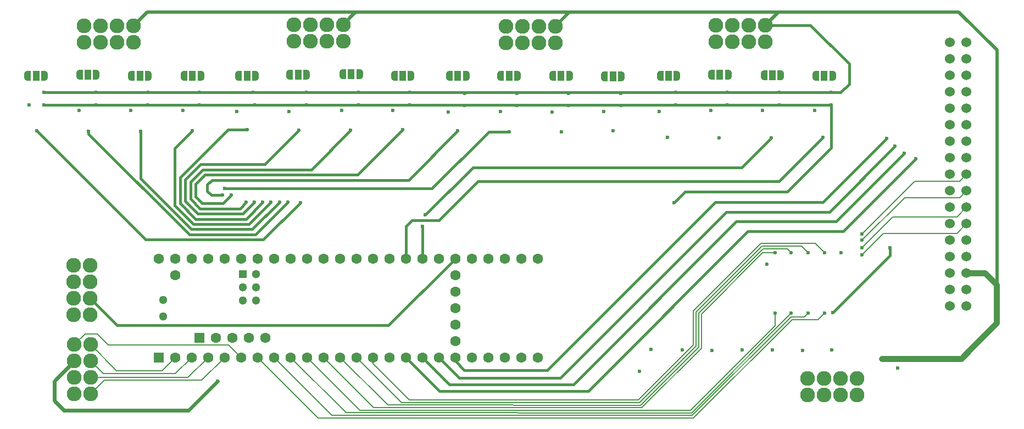
<source format=gbr>
%TF.GenerationSoftware,KiCad,Pcbnew,8.0.2-1*%
%TF.CreationDate,2024-07-06T17:14:10-04:00*%
%TF.ProjectId,boards_v3,626f6172-6473-45f7-9633-2e6b69636164,rev?*%
%TF.SameCoordinates,Original*%
%TF.FileFunction,Copper,L4,Bot*%
%TF.FilePolarity,Positive*%
%FSLAX46Y46*%
G04 Gerber Fmt 4.6, Leading zero omitted, Abs format (unit mm)*
G04 Created by KiCad (PCBNEW 8.0.2-1) date 2024-07-06 17:14:10*
%MOMM*%
%LPD*%
G01*
G04 APERTURE LIST*
G04 Aperture macros list*
%AMFreePoly0*
4,1,19,0.550000,-0.750000,0.000000,-0.750000,0.000000,-0.744911,-0.071157,-0.744911,-0.207708,-0.704816,-0.327430,-0.627875,-0.420627,-0.520320,-0.479746,-0.390866,-0.500000,-0.250000,-0.500000,0.250000,-0.479746,0.390866,-0.420627,0.520320,-0.327430,0.627875,-0.207708,0.704816,-0.071157,0.744911,0.000000,0.744911,0.000000,0.750000,0.550000,0.750000,0.550000,-0.750000,0.550000,-0.750000,
$1*%
%AMFreePoly1*
4,1,19,0.000000,0.744911,0.071157,0.744911,0.207708,0.704816,0.327430,0.627875,0.420627,0.520320,0.479746,0.390866,0.500000,0.250000,0.500000,-0.250000,0.479746,-0.390866,0.420627,-0.520320,0.327430,-0.627875,0.207708,-0.704816,0.071157,-0.744911,0.000000,-0.744911,0.000000,-0.750000,-0.550000,-0.750000,-0.550000,0.750000,0.000000,0.750000,0.000000,0.744911,0.000000,0.744911,
$1*%
G04 Aperture macros list end*
%TA.AperFunction,ComponentPad*%
%ADD10C,2.286000*%
%TD*%
%TA.AperFunction,ComponentPad*%
%ADD11R,1.600000X1.600000*%
%TD*%
%TA.AperFunction,ComponentPad*%
%ADD12C,1.600000*%
%TD*%
%TA.AperFunction,ComponentPad*%
%ADD13R,1.300000X1.300000*%
%TD*%
%TA.AperFunction,ComponentPad*%
%ADD14C,1.300000*%
%TD*%
%TA.AperFunction,ComponentPad*%
%ADD15C,1.524000*%
%TD*%
%TA.AperFunction,SMDPad,CuDef*%
%ADD16FreePoly0,0.000000*%
%TD*%
%TA.AperFunction,SMDPad,CuDef*%
%ADD17R,1.000000X1.500000*%
%TD*%
%TA.AperFunction,SMDPad,CuDef*%
%ADD18FreePoly1,0.000000*%
%TD*%
%TA.AperFunction,ViaPad*%
%ADD19C,0.600000*%
%TD*%
%TA.AperFunction,ViaPad*%
%ADD20C,0.800000*%
%TD*%
%TA.AperFunction,Conductor*%
%ADD21C,0.400000*%
%TD*%
%TA.AperFunction,Conductor*%
%ADD22C,0.900000*%
%TD*%
%TA.AperFunction,Conductor*%
%ADD23C,0.500000*%
%TD*%
%TA.AperFunction,Conductor*%
%ADD24C,0.600000*%
%TD*%
%TA.AperFunction,Conductor*%
%ADD25C,0.200000*%
%TD*%
G04 APERTURE END LIST*
D10*
%TO.P,J2,1,Pin_1*%
%TO.N,+3.3V*%
X145700000Y-25490000D03*
%TO.P,J2,2,Pin_2*%
%TO.N,unconnected-(J2-Pin_2-Pad2)*%
X143160000Y-25490000D03*
%TO.P,J2,3,Pin_3*%
%TO.N,unconnected-(J2-Pin_3-Pad3)*%
X140620000Y-25490000D03*
%TO.P,J2,4,Pin_4*%
%TO.N,GND*%
X138080000Y-25490000D03*
%TO.P,J2,5,Pin_5*%
%TO.N,Net-(J2-Pin_5)*%
X138080001Y-28030000D03*
%TO.P,J2,6,Pin_6*%
%TO.N,Net-(J2-Pin_6)*%
X140620000Y-28030000D03*
%TO.P,J2,7,Pin_7*%
%TO.N,Net-(J2-Pin_7)*%
X143160000Y-28030000D03*
%TO.P,J2,8,Pin_8*%
%TO.N,Net-(J2-Pin_8)*%
X145700000Y-28030000D03*
%TD*%
D11*
%TO.P,U1,1,GND*%
%TO.N,unconnected-(U1-GND-Pad1)*%
X84600000Y-76540000D03*
D12*
%TO.P,U1,2,0_RX1_CRX2_CS1*%
%TO.N,Net-(J7-Pin_4)*%
X87140000Y-76540000D03*
%TO.P,U1,3,1_TX1_CTX2_MISO1*%
%TO.N,Net-(J7-Pin_3)*%
X89680000Y-76540000D03*
%TO.P,U1,4,2_OUT2*%
%TO.N,Net-(J7-Pin_2)*%
X92220000Y-76540000D03*
%TO.P,U1,5,3_LRCLK2*%
%TO.N,Net-(J7-Pin_1)*%
X94760000Y-76540000D03*
%TO.P,U1,6,4_BCLK2*%
%TO.N,Net-(J7-Pin_5)*%
X97300000Y-76540000D03*
%TO.P,U1,7,5_IN2*%
%TO.N,Net-(J9-Pin_34)*%
X99840000Y-76540000D03*
%TO.P,U1,8,6_OUT1D*%
%TO.N,Net-(J9-Pin_33)*%
X102380000Y-76540000D03*
%TO.P,U1,9,7_RX2_OUT1A*%
%TO.N,Net-(J9-Pin_32)*%
X104920000Y-76540000D03*
%TO.P,U1,10,8_TX2_IN1*%
%TO.N,Net-(J9-Pin_31)*%
X107460000Y-76540000D03*
%TO.P,U1,11,9_OUT1C*%
%TO.N,Net-(J9-Pin_30)*%
X110000000Y-76540000D03*
%TO.P,U1,12,10_CS_MQSR*%
%TO.N,Net-(J9-Pin_29)*%
X112540000Y-76540000D03*
%TO.P,U1,13,11_MOSI_CTX1*%
%TO.N,Net-(J9-Pin_28)*%
X115080000Y-76540000D03*
%TO.P,U1,14,12_MISO_MQSL*%
%TO.N,Net-(J9-Pin_27)*%
X117620000Y-76540000D03*
%TO.P,U1,15,3V3*%
%TO.N,unconnected-(U1-3V3-Pad15)*%
X120160000Y-76540000D03*
%TO.P,U1,16,24_A10_TX6_SCL2*%
%TO.N,Net-(J9-Pin_6)*%
X122700000Y-76540000D03*
%TO.P,U1,17,25_A11_RX6_SDA2*%
%TO.N,Net-(J9-Pin_5)*%
X125240000Y-76540000D03*
%TO.P,U1,18,26_A12_MOSI1*%
%TO.N,Net-(J9-Pin_4)*%
X127780000Y-76540000D03*
%TO.P,U1,19,27_A13_SCK1*%
%TO.N,Net-(J9-Pin_3)*%
X130320000Y-76540000D03*
%TO.P,U1,20,28_RX7*%
%TO.N,Net-(J9-Pin_26)*%
X132860000Y-76540000D03*
%TO.P,U1,21,29_TX7*%
%TO.N,Net-(J9-Pin_25)*%
X135400000Y-76540000D03*
%TO.P,U1,22,30_CRX3*%
%TO.N,Net-(J9-Pin_24)*%
X137940000Y-76540000D03*
%TO.P,U1,23,31_CTX3*%
%TO.N,Net-(J9-Pin_23)*%
X140480000Y-76540000D03*
%TO.P,U1,24,32_OUT1B*%
%TO.N,unconnected-(U1-32_OUT1B-Pad24)*%
X143020000Y-76540000D03*
%TO.P,U1,25,33_MCLK2*%
%TO.N,Net-(J8-Pin_5)*%
X143020000Y-61300000D03*
%TO.P,U1,26,34_RX8*%
%TO.N,Net-(J6-Pin_5)*%
X140480000Y-61300000D03*
%TO.P,U1,27,35_TX8*%
%TO.N,Net-(J6-Pin_4)*%
X137940000Y-61300000D03*
%TO.P,U1,28,36_CS*%
%TO.N,Net-(J8-Pin_4)*%
X135400000Y-61300000D03*
%TO.P,U1,29,37_CS*%
%TO.N,Net-(J8-Pin_3)*%
X132860000Y-61300000D03*
%TO.P,U1,30,38_CS1_IN1*%
%TO.N,Net-(J8-Pin_2)*%
X130320000Y-61300000D03*
%TO.P,U1,31,39_MISO1_OUT1A*%
%TO.N,Net-(J8-Pin_1)*%
X127780000Y-61300000D03*
%TO.P,U1,32,40_A16*%
%TO.N,Net-(J9-Pin_2)*%
X125240000Y-61300000D03*
%TO.P,U1,33,41_A17*%
%TO.N,Net-(J9-Pin_1)*%
X122700000Y-61300000D03*
%TO.P,U1,34,GND*%
%TO.N,unconnected-(U1-GND-Pad34)*%
X120160000Y-61300000D03*
%TO.P,U1,35,13_SCK_LED*%
%TO.N,unconnected-(U1-13_SCK_LED-Pad35)*%
X117620000Y-61300000D03*
%TO.P,U1,36,14_A0_TX3_SPDIF_OUT*%
%TO.N,Net-(J9-Pin_16)*%
X115080000Y-61300000D03*
%TO.P,U1,37,15_A1_RX3_SPDIF_IN*%
%TO.N,Net-(J9-Pin_15)*%
X112540000Y-61300000D03*
%TO.P,U1,38,16_A2_RX4_SCL1*%
%TO.N,Net-(J9-Pin_14)*%
X110000000Y-61300000D03*
%TO.P,U1,39,17_A3_TX4_SDA1*%
%TO.N,Net-(J9-Pin_13)*%
X107460000Y-61300000D03*
%TO.P,U1,40,18_A4_SDA*%
%TO.N,Net-(J9-Pin_12)*%
X104920000Y-61300000D03*
%TO.P,U1,41,19_A5_SCL*%
%TO.N,Net-(J9-Pin_11)*%
X102380000Y-61300000D03*
%TO.P,U1,42,20_A6_TX5_LRCLK1*%
%TO.N,Net-(J9-Pin_10)*%
X99840000Y-61300000D03*
%TO.P,U1,43,21_A7_RX5_BCLK1*%
%TO.N,Net-(J9-Pin_9)*%
X97300000Y-61300000D03*
%TO.P,U1,44,22_A8_CTX1*%
%TO.N,Net-(J9-Pin_8)*%
X94760000Y-61300000D03*
%TO.P,U1,45,23_A9_CRX1_MCLK1*%
%TO.N,Net-(J9-Pin_7)*%
X92220000Y-61300000D03*
%TO.P,U1,46,3V3*%
%TO.N,unconnected-(U1-3V3-Pad46)*%
X89680000Y-61300000D03*
%TO.P,U1,47,GND*%
%TO.N,GND*%
X87140000Y-61300000D03*
%TO.P,U1,48,VIN*%
%TO.N,+5V*%
X84600000Y-61300000D03*
%TO.P,U1,49,VUSB*%
%TO.N,unconnected-(U1-VUSB-Pad49)*%
X87140001Y-63840000D03*
%TO.P,U1,50,VBAT*%
%TO.N,unconnected-(U1-VBAT-Pad50)*%
X130320000Y-73999999D03*
%TO.P,U1,51,3V3*%
%TO.N,unconnected-(U1-3V3-Pad51)*%
X130320000Y-71460000D03*
%TO.P,U1,52,GND*%
%TO.N,unconnected-(U1-GND-Pad52)*%
X130320000Y-68920000D03*
%TO.P,U1,53,PROGRAM*%
%TO.N,unconnected-(U1-PROGRAM-Pad53)*%
X130320000Y-66380000D03*
%TO.P,U1,54,ON_OFF*%
%TO.N,unconnected-(U1-ON_OFF-Pad54)*%
X130320000Y-63840001D03*
D11*
%TO.P,U1,55,5V*%
%TO.N,unconnected-(U1-5V-Pad55)*%
X90899200Y-73489200D03*
D12*
%TO.P,U1,56,D-*%
%TO.N,unconnected-(U1-D--Pad56)*%
X93439200Y-73489200D03*
%TO.P,U1,57,D+*%
%TO.N,unconnected-(U1-D+-Pad57)*%
X95979200Y-73489200D03*
%TO.P,U1,58,GND*%
%TO.N,unconnected-(U1-GND-Pad58)*%
X98519200Y-73489200D03*
%TO.P,U1,59,GND*%
%TO.N,unconnected-(U1-GND-Pad59)*%
X101059200Y-73489200D03*
D13*
%TO.P,U1,60,R+*%
%TO.N,unconnected-(U1-R+-Pad60)*%
X97569999Y-63738400D03*
D14*
%TO.P,U1,61,LED*%
%TO.N,unconnected-(U1-LED-Pad61)*%
X97570000Y-65738400D03*
%TO.P,U1,62,T-*%
%TO.N,unconnected-(U1-T--Pad62)*%
X97570000Y-67738401D03*
%TO.P,U1,63,T+*%
%TO.N,unconnected-(U1-T+-Pad63)*%
X99570000Y-67738400D03*
%TO.P,U1,64,GND*%
%TO.N,unconnected-(U1-GND-Pad64)*%
X99570000Y-65738401D03*
%TO.P,U1,65,R-*%
%TO.N,unconnected-(U1-R--Pad65)*%
X99570000Y-63738400D03*
%TO.P,U1,66,D-*%
%TO.N,unconnected-(U1-D--Pad66)*%
X85329999Y-67650000D03*
%TO.P,U1,67,D+*%
%TO.N,unconnected-(U1-D+-Pad67)*%
X85329999Y-70190000D03*
%TD*%
D10*
%TO.P,J1,1,Pin_1*%
%TO.N,+3.3V*%
X178080000Y-25360000D03*
%TO.P,J1,2,Pin_2*%
%TO.N,unconnected-(J1-Pin_2-Pad2)*%
X175540000Y-25360000D03*
%TO.P,J1,3,Pin_3*%
%TO.N,unconnected-(J1-Pin_3-Pad3)*%
X173000000Y-25360000D03*
%TO.P,J1,4,Pin_4*%
%TO.N,GND*%
X170460000Y-25360000D03*
%TO.P,J1,5,Pin_5*%
%TO.N,Net-(J1-Pin_5)*%
X170460001Y-27900000D03*
%TO.P,J1,6,Pin_6*%
%TO.N,Net-(J1-Pin_6)*%
X173000000Y-27900000D03*
%TO.P,J1,7,Pin_7*%
%TO.N,Net-(J1-Pin_7)*%
X175540000Y-27900000D03*
%TO.P,J1,8,Pin_8*%
%TO.N,Net-(J1-Pin_8)*%
X178080000Y-27900000D03*
%TD*%
%TO.P,J7,1,Pin_1*%
%TO.N,Net-(J7-Pin_1)*%
X74100000Y-82200000D03*
%TO.P,J7,2,Pin_2*%
%TO.N,Net-(J7-Pin_2)*%
X74100000Y-79660000D03*
%TO.P,J7,3,Pin_3*%
%TO.N,Net-(J7-Pin_3)*%
X74100000Y-77120000D03*
%TO.P,J7,4,Pin_4*%
%TO.N,Net-(J7-Pin_4)*%
X74100000Y-74580000D03*
%TO.P,J7,5,Pin_5*%
%TO.N,Net-(J7-Pin_5)*%
X71560000Y-74580001D03*
%TO.P,J7,6,Pin_6*%
%TO.N,+5V*%
X71560000Y-77120000D03*
%TO.P,J7,7,Pin_7*%
%TO.N,+3.3V*%
X71560000Y-79660000D03*
%TO.P,J7,8,Pin_8*%
%TO.N,GND*%
X71560000Y-82200000D03*
%TD*%
%TO.P,J6,1,Pin_1*%
%TO.N,+3.3V*%
X184580000Y-82340000D03*
%TO.P,J6,2,Pin_2*%
%TO.N,+5V*%
X187120000Y-82340000D03*
%TO.P,J6,3,Pin_3*%
%TO.N,GND*%
X189660000Y-82340000D03*
%TO.P,J6,4,Pin_4*%
%TO.N,Net-(J6-Pin_4)*%
X192200000Y-82340000D03*
%TO.P,J6,5,Pin_5*%
%TO.N,Net-(J6-Pin_5)*%
X192200000Y-79800000D03*
%TO.P,J6,6,Pin_6*%
%TO.N,GND*%
X189660000Y-79800000D03*
%TO.P,J6,7,Pin_7*%
%TO.N,+5V*%
X187120000Y-79800000D03*
%TO.P,J6,8,Pin_8*%
%TO.N,+3.3V*%
X184580000Y-79800000D03*
%TD*%
%TO.P,J3,1,Pin_1*%
%TO.N,+3.3V*%
X113040000Y-25260000D03*
%TO.P,J3,2,Pin_2*%
%TO.N,unconnected-(J3-Pin_2-Pad2)*%
X110500000Y-25260000D03*
%TO.P,J3,3,Pin_3*%
%TO.N,unconnected-(J3-Pin_3-Pad3)*%
X107960000Y-25260000D03*
%TO.P,J3,4,Pin_4*%
%TO.N,GND*%
X105420000Y-25260000D03*
%TO.P,J3,5,Pin_5*%
%TO.N,Net-(J3-Pin_5)*%
X105420001Y-27800000D03*
%TO.P,J3,6,Pin_6*%
%TO.N,Net-(J3-Pin_6)*%
X107960000Y-27800000D03*
%TO.P,J3,7,Pin_7*%
%TO.N,Net-(J3-Pin_7)*%
X110500000Y-27800000D03*
%TO.P,J3,8,Pin_8*%
%TO.N,Net-(J3-Pin_8)*%
X113040000Y-27800000D03*
%TD*%
%TO.P,J8,1,Pin_1*%
%TO.N,Net-(J8-Pin_1)*%
X74040000Y-69980000D03*
%TO.P,J8,2,Pin_2*%
%TO.N,Net-(J8-Pin_2)*%
X74040000Y-67440000D03*
%TO.P,J8,3,Pin_3*%
%TO.N,Net-(J8-Pin_3)*%
X74040000Y-64900000D03*
%TO.P,J8,4,Pin_4*%
%TO.N,Net-(J8-Pin_4)*%
X74040000Y-62360000D03*
%TO.P,J8,5,Pin_5*%
%TO.N,Net-(J8-Pin_5)*%
X71500000Y-62360001D03*
%TO.P,J8,6,Pin_6*%
%TO.N,+5V*%
X71500000Y-64900000D03*
%TO.P,J8,7,Pin_7*%
%TO.N,+3.3V*%
X71500000Y-67440000D03*
%TO.P,J8,8,Pin_8*%
%TO.N,GND*%
X71500000Y-69980000D03*
%TD*%
%TO.P,J4,1,Pin_1*%
%TO.N,+3.3V*%
X80740000Y-25400000D03*
%TO.P,J4,2,Pin_2*%
%TO.N,unconnected-(J4-Pin_2-Pad2)*%
X78200000Y-25400000D03*
%TO.P,J4,3,Pin_3*%
%TO.N,unconnected-(J4-Pin_3-Pad3)*%
X75660000Y-25400000D03*
%TO.P,J4,4,Pin_4*%
%TO.N,GND*%
X73120000Y-25400000D03*
%TO.P,J4,5,Pin_5*%
%TO.N,Net-(J4-Pin_5)*%
X73120001Y-27940000D03*
%TO.P,J4,6,Pin_6*%
%TO.N,Net-(J4-Pin_6)*%
X75660000Y-27940000D03*
%TO.P,J4,7,Pin_7*%
%TO.N,Net-(J4-Pin_7)*%
X78200000Y-27940000D03*
%TO.P,J4,8,Pin_8*%
%TO.N,Net-(J4-Pin_8)*%
X80740000Y-27940000D03*
%TD*%
D15*
%TO.P,J9,1,Pin_1*%
%TO.N,Net-(J9-Pin_1)*%
X206560000Y-27980000D03*
%TO.P,J9,2,Pin_2*%
%TO.N,Net-(J9-Pin_2)*%
X206560000Y-30520000D03*
%TO.P,J9,3,Pin_3*%
%TO.N,Net-(J9-Pin_3)*%
X206560000Y-33060000D03*
%TO.P,J9,4,Pin_4*%
%TO.N,Net-(J9-Pin_4)*%
X206560000Y-35600000D03*
%TO.P,J9,5,Pin_5*%
%TO.N,Net-(J9-Pin_5)*%
X206560000Y-38140000D03*
%TO.P,J9,6,Pin_6*%
%TO.N,Net-(J9-Pin_6)*%
X206560000Y-40680000D03*
%TO.P,J9,7,Pin_7*%
%TO.N,Net-(J9-Pin_7)*%
X206560000Y-43220000D03*
%TO.P,J9,8,Pin_8*%
%TO.N,Net-(J9-Pin_8)*%
X206560000Y-45760000D03*
%TO.P,J9,9,Pin_9*%
%TO.N,Net-(J9-Pin_9)*%
X206560000Y-48300000D03*
%TO.P,J9,10,Pin_10*%
%TO.N,Net-(J9-Pin_10)*%
X206560000Y-50840000D03*
%TO.P,J9,11,Pin_11*%
%TO.N,Net-(J9-Pin_11)*%
X206560000Y-53380000D03*
%TO.P,J9,12,Pin_12*%
%TO.N,Net-(J9-Pin_12)*%
X206560000Y-55920000D03*
%TO.P,J9,13,Pin_13*%
%TO.N,Net-(J9-Pin_13)*%
X206560000Y-58460000D03*
%TO.P,J9,14,Pin_14*%
%TO.N,Net-(J9-Pin_14)*%
X206560000Y-61000000D03*
%TO.P,J9,15,Pin_15*%
%TO.N,Net-(J9-Pin_15)*%
X206560000Y-63540000D03*
%TO.P,J9,16,Pin_16*%
%TO.N,Net-(J9-Pin_16)*%
X206560000Y-66080000D03*
%TO.P,J9,17,Pin_17*%
%TO.N,unconnected-(J9-Pin_17-Pad17)*%
X206560000Y-68620000D03*
%TO.P,J9,18,Pin_18*%
%TO.N,unconnected-(J9-Pin_18-Pad18)*%
X209100000Y-68620000D03*
%TO.P,J9,19,Pin_19*%
%TO.N,GND*%
X209100000Y-66080000D03*
%TO.P,J9,20,Pin_20*%
%TO.N,+3.3V*%
X209100000Y-63540000D03*
%TO.P,J9,21,Pin_21*%
%TO.N,+5V*%
X209100000Y-61000000D03*
%TO.P,J9,22,Pin_22*%
%TO.N,GND*%
X209100000Y-58460000D03*
%TO.P,J9,23,Pin_23*%
%TO.N,Net-(J9-Pin_23)*%
X209100000Y-55920000D03*
%TO.P,J9,24,Pin_24*%
%TO.N,Net-(J9-Pin_24)*%
X209100000Y-53380000D03*
%TO.P,J9,25,Pin_25*%
%TO.N,Net-(J9-Pin_25)*%
X209100000Y-50840000D03*
%TO.P,J9,26,Pin_26*%
%TO.N,Net-(J9-Pin_26)*%
X209100000Y-48300000D03*
%TO.P,J9,27,Pin_27*%
%TO.N,Net-(J9-Pin_27)*%
X209100000Y-45760000D03*
%TO.P,J9,28,Pin_28*%
%TO.N,Net-(J9-Pin_28)*%
X209100000Y-43220000D03*
%TO.P,J9,29,Pin_29*%
%TO.N,Net-(J9-Pin_29)*%
X209100000Y-40680000D03*
%TO.P,J9,30,Pin_30*%
%TO.N,Net-(J9-Pin_30)*%
X209100000Y-38140000D03*
%TO.P,J9,31,Pin_31*%
%TO.N,Net-(J9-Pin_31)*%
X209100000Y-35600000D03*
%TO.P,J9,32,Pin_32*%
%TO.N,Net-(J9-Pin_32)*%
X209100000Y-33060000D03*
%TO.P,J9,33,Pin_33*%
%TO.N,Net-(J9-Pin_33)*%
X209100000Y-30520000D03*
%TO.P,J9,34,Pin_34*%
%TO.N,Net-(J9-Pin_34)*%
X209100000Y-27980000D03*
%TD*%
D16*
%TO.P,JP1,1,A*%
%TO.N,Net-(J1-Pin_8)*%
X185880000Y-33100000D03*
D17*
%TO.P,JP1,2,C*%
%TO.N,Net-(J9-Pin_1)*%
X187180000Y-33100000D03*
D18*
%TO.P,JP1,3,B*%
%TO.N,GND*%
X188480000Y-33100000D03*
%TD*%
D16*
%TO.P,JP11,1,A*%
%TO.N,Net-(J3-Pin_6)*%
X104800000Y-32942500D03*
D17*
%TO.P,JP11,2,C*%
%TO.N,Net-(J9-Pin_11)*%
X106100000Y-32942500D03*
D18*
%TO.P,JP11,3,B*%
%TO.N,GND*%
X107400000Y-32942500D03*
%TD*%
D16*
%TO.P,JP16,1,A*%
%TO.N,Net-(J4-Pin_5)*%
X64400000Y-33100000D03*
D17*
%TO.P,JP16,2,C*%
%TO.N,Net-(J9-Pin_16)*%
X65700000Y-33100000D03*
D18*
%TO.P,JP16,3,B*%
%TO.N,GND*%
X67000000Y-33100000D03*
%TD*%
D16*
%TO.P,JP10,1,A*%
%TO.N,Net-(J3-Pin_7)*%
X112980000Y-32880000D03*
D17*
%TO.P,JP10,2,C*%
%TO.N,Net-(J9-Pin_10)*%
X114280000Y-32880000D03*
D18*
%TO.P,JP10,3,B*%
%TO.N,GND*%
X115580000Y-32880000D03*
%TD*%
D16*
%TO.P,JP13,1,A*%
%TO.N,Net-(J4-Pin_8)*%
X88500000Y-33100000D03*
D17*
%TO.P,JP13,2,C*%
%TO.N,Net-(J9-Pin_13)*%
X89800000Y-33100000D03*
D18*
%TO.P,JP13,3,B*%
%TO.N,GND*%
X91100000Y-33100000D03*
%TD*%
D16*
%TO.P,JP6,1,A*%
%TO.N,Net-(J2-Pin_7)*%
X145300000Y-33130000D03*
D17*
%TO.P,JP6,2,C*%
%TO.N,Net-(J9-Pin_6)*%
X146600000Y-33130000D03*
D18*
%TO.P,JP6,3,B*%
%TO.N,GND*%
X147900000Y-33130000D03*
%TD*%
D16*
%TO.P,JP15,1,A*%
%TO.N,Net-(J4-Pin_6)*%
X72400000Y-33000000D03*
D17*
%TO.P,JP15,2,C*%
%TO.N,Net-(J9-Pin_15)*%
X73700000Y-33000000D03*
D18*
%TO.P,JP15,3,B*%
%TO.N,GND*%
X75000000Y-33000000D03*
%TD*%
D16*
%TO.P,JP3,1,A*%
%TO.N,Net-(J1-Pin_6)*%
X169780000Y-33000000D03*
D17*
%TO.P,JP3,2,C*%
%TO.N,Net-(J9-Pin_3)*%
X171080000Y-33000000D03*
D18*
%TO.P,JP3,3,B*%
%TO.N,GND*%
X172380000Y-33000000D03*
%TD*%
D16*
%TO.P,JP12,1,A*%
%TO.N,Net-(J3-Pin_5)*%
X96900000Y-33100000D03*
D17*
%TO.P,JP12,2,C*%
%TO.N,Net-(J9-Pin_12)*%
X98200000Y-33100000D03*
D18*
%TO.P,JP12,3,B*%
%TO.N,GND*%
X99500000Y-33100000D03*
%TD*%
D16*
%TO.P,JP2,1,A*%
%TO.N,Net-(J1-Pin_7)*%
X177880000Y-33042500D03*
D17*
%TO.P,JP2,2,C*%
%TO.N,Net-(J9-Pin_2)*%
X179180000Y-33042500D03*
D18*
%TO.P,JP2,3,B*%
%TO.N,GND*%
X180480000Y-33042500D03*
%TD*%
D16*
%TO.P,JP14,1,A*%
%TO.N,Net-(J4-Pin_7)*%
X80400000Y-33100000D03*
D17*
%TO.P,JP14,2,C*%
%TO.N,Net-(J9-Pin_14)*%
X81700000Y-33100000D03*
D18*
%TO.P,JP14,3,B*%
%TO.N,GND*%
X83000000Y-33100000D03*
%TD*%
D16*
%TO.P,JP9,1,A*%
%TO.N,Net-(J3-Pin_8)*%
X120900000Y-33142500D03*
D17*
%TO.P,JP9,2,C*%
%TO.N,Net-(J9-Pin_9)*%
X122200000Y-33142500D03*
D18*
%TO.P,JP9,3,B*%
%TO.N,GND*%
X123500000Y-33142500D03*
%TD*%
D16*
%TO.P,JP4,1,A*%
%TO.N,Net-(J1-Pin_5)*%
X161880000Y-33100000D03*
D17*
%TO.P,JP4,2,C*%
%TO.N,Net-(J9-Pin_4)*%
X163180000Y-33100000D03*
D18*
%TO.P,JP4,3,B*%
%TO.N,GND*%
X164480000Y-33100000D03*
%TD*%
D16*
%TO.P,JP8,1,A*%
%TO.N,Net-(J2-Pin_5)*%
X129400000Y-33130000D03*
D17*
%TO.P,JP8,2,C*%
%TO.N,Net-(J9-Pin_8)*%
X130700000Y-33130000D03*
D18*
%TO.P,JP8,3,B*%
%TO.N,GND*%
X132000000Y-33130000D03*
%TD*%
D16*
%TO.P,JP7,1,A*%
%TO.N,Net-(J2-Pin_6)*%
X137300000Y-33130000D03*
D17*
%TO.P,JP7,2,C*%
%TO.N,Net-(J9-Pin_7)*%
X138600000Y-33130000D03*
D18*
%TO.P,JP7,3,B*%
%TO.N,GND*%
X139900000Y-33130000D03*
%TD*%
D16*
%TO.P,JP5,1,A*%
%TO.N,Net-(J2-Pin_8)*%
X153300000Y-33230000D03*
D17*
%TO.P,JP5,2,C*%
%TO.N,Net-(J9-Pin_5)*%
X154600000Y-33230000D03*
D18*
%TO.P,JP5,3,B*%
%TO.N,GND*%
X155900000Y-33230000D03*
%TD*%
D19*
%TO.N,Net-(J1-Pin_8)*%
X185880000Y-33100000D03*
%TO.N,GND*%
X160500000Y-75300000D03*
X137300000Y-38600000D03*
X96600000Y-38600000D03*
X80300000Y-38500000D03*
X153200000Y-38600000D03*
X72300000Y-38500000D03*
X188400000Y-33200000D03*
X91100000Y-33100000D03*
X115600000Y-32900000D03*
X107400000Y-33000000D03*
X185700000Y-38500000D03*
X164400000Y-33200000D03*
X183800000Y-75500000D03*
X188300000Y-75400000D03*
X145200000Y-38700000D03*
X104700000Y-38600000D03*
X177700000Y-38500000D03*
X88300000Y-38500000D03*
X83000000Y-33100000D03*
X172400000Y-33000000D03*
X64600000Y-37600000D03*
X123500000Y-33100000D03*
X169900000Y-75500000D03*
X120700000Y-38500000D03*
X147900000Y-33200000D03*
X139900000Y-33200000D03*
X179200000Y-75400000D03*
X132000000Y-33200000D03*
X155900000Y-33300000D03*
X180500000Y-33100000D03*
X169700000Y-38500000D03*
X112800000Y-38500000D03*
X99500000Y-33100000D03*
X178300000Y-62200000D03*
X165300000Y-75400000D03*
X67000000Y-33100000D03*
X174500000Y-75400000D03*
X129200000Y-38700000D03*
X189800000Y-60400000D03*
X158700000Y-78700000D03*
X74900000Y-33000000D03*
X161700000Y-38600000D03*
%TO.N,Net-(J1-Pin_6)*%
X169780000Y-33100000D03*
%TO.N,Net-(J1-Pin_7)*%
X177880000Y-33100000D03*
%TO.N,Net-(J1-Pin_5)*%
X161880000Y-33100000D03*
%TO.N,+3.3V*%
X139800000Y-35830000D03*
X164280000Y-35700000D03*
X131800000Y-35830000D03*
X172280000Y-35700000D03*
X107400000Y-35700000D03*
X123300000Y-35700000D03*
D20*
X196000000Y-76700000D03*
D19*
X180280000Y-35700000D03*
X83000000Y-35700000D03*
X155800000Y-35830000D03*
X66900000Y-35700000D03*
X115400000Y-35700000D03*
X75000000Y-35700000D03*
X90900000Y-35700000D03*
X147800000Y-35830000D03*
X188280000Y-35700000D03*
X99200000Y-35700000D03*
%TO.N,Net-(J2-Pin_7)*%
X145400000Y-33200000D03*
%TO.N,Net-(J2-Pin_8)*%
X153400000Y-33200000D03*
%TO.N,Net-(J2-Pin_6)*%
X137300000Y-33130000D03*
%TO.N,Net-(J2-Pin_5)*%
X129400000Y-33230000D03*
%TO.N,Net-(J3-Pin_7)*%
X113000000Y-32900000D03*
%TO.N,Net-(J3-Pin_6)*%
X104800000Y-32900000D03*
%TO.N,Net-(J3-Pin_5)*%
X96900000Y-33100000D03*
%TO.N,Net-(J3-Pin_8)*%
X120900000Y-33200000D03*
%TO.N,Net-(J4-Pin_8)*%
X88500000Y-33100000D03*
%TO.N,Net-(J4-Pin_6)*%
X72400000Y-33000000D03*
%TO.N,Net-(J4-Pin_5)*%
X64500000Y-33100000D03*
%TO.N,Net-(J4-Pin_7)*%
X80400000Y-33100000D03*
%TO.N,+5V*%
X93700000Y-80200000D03*
X198500000Y-78200000D03*
%TO.N,Net-(U10-~E)*%
X164280000Y-37600000D03*
X172280000Y-37600000D03*
X115400000Y-37600000D03*
X90900000Y-37600000D03*
X188500000Y-69600000D03*
X66900000Y-37600000D03*
X188280000Y-37600000D03*
X147800000Y-37730000D03*
X139800000Y-37730000D03*
X164000000Y-52700000D03*
X131800000Y-37730000D03*
X180280000Y-37600000D03*
X123300000Y-37600000D03*
X107400000Y-37600000D03*
X99400000Y-37600000D03*
X82900000Y-37600000D03*
X75000000Y-37600000D03*
X197300000Y-59600000D03*
X155900000Y-37730000D03*
%TO.N,Net-(J9-Pin_24)*%
X193000000Y-59600000D03*
%TO.N,Net-(J9-Pin_33)*%
X184700000Y-69700000D03*
%TO.N,Net-(J9-Pin_14)*%
X81800000Y-41720000D03*
X81700000Y-33100000D03*
X103197392Y-52600000D03*
%TO.N,Net-(J9-Pin_1)*%
X187180000Y-33100000D03*
X187000000Y-42600000D03*
%TO.N,Net-(J9-Pin_26)*%
X193000000Y-57500000D03*
%TO.N,Net-(J9-Pin_13)*%
X89800000Y-41620000D03*
X89800000Y-33100000D03*
X101924601Y-52600000D03*
%TO.N,Net-(J9-Pin_25)*%
X193015686Y-58484314D03*
%TO.N,Net-(J9-Pin_11)*%
X99379018Y-52600000D03*
X106200000Y-41550000D03*
X106100000Y-33000000D03*
%TO.N,Net-(J9-Pin_5)*%
X154660000Y-41640000D03*
X199500000Y-45100000D03*
X154600000Y-33230000D03*
%TO.N,Net-(J9-Pin_15)*%
X73700000Y-33100000D03*
X104470184Y-52600000D03*
X73800000Y-41720000D03*
%TO.N,Net-(J9-Pin_29)*%
X182100000Y-60400000D03*
%TO.N,Net-(J9-Pin_7)*%
X94800000Y-50500000D03*
X138660000Y-41740000D03*
X138600000Y-33130000D03*
%TO.N,Net-(J9-Pin_6)*%
X146660000Y-41740000D03*
X146600000Y-33130000D03*
X201300000Y-45900000D03*
%TO.N,Net-(J9-Pin_10)*%
X98106226Y-52599999D03*
X114280000Y-32880000D03*
X114200000Y-41550000D03*
%TO.N,Net-(J9-Pin_23)*%
X193000000Y-60700000D03*
%TO.N,Net-(J9-Pin_16)*%
X65800000Y-41620000D03*
X106458511Y-52678511D03*
X65700000Y-33100000D03*
%TO.N,Net-(J9-Pin_34)*%
X187200000Y-69700000D03*
%TO.N,Net-(J9-Pin_32)*%
X182100000Y-69700000D03*
%TO.N,Net-(J9-Pin_2)*%
X179080000Y-33100000D03*
X125240000Y-56300000D03*
X179000000Y-42700000D03*
X125700000Y-54600000D03*
%TO.N,Net-(J9-Pin_12)*%
X100651809Y-52600000D03*
X98100000Y-33100000D03*
X98200000Y-41450000D03*
%TO.N,Net-(J9-Pin_3)*%
X171080000Y-33000000D03*
X196800000Y-42800000D03*
X171000000Y-42700000D03*
%TO.N,Net-(J9-Pin_30)*%
X179600000Y-60400000D03*
%TO.N,Net-(J9-Pin_9)*%
X95800000Y-51500000D03*
X122200000Y-33100000D03*
X122200000Y-41450000D03*
%TO.N,Net-(J9-Pin_28)*%
X184700000Y-60400000D03*
%TO.N,Net-(J9-Pin_31)*%
X179600000Y-69700000D03*
%TO.N,Net-(J9-Pin_8)*%
X130700000Y-33230000D03*
X130660000Y-41640000D03*
X94400000Y-51500000D03*
%TO.N,Net-(J9-Pin_4)*%
X163000000Y-42600000D03*
X163080000Y-33200000D03*
X198100000Y-44000000D03*
%TO.N,Net-(J9-Pin_27)*%
X187200000Y-60400000D03*
%TD*%
D21*
%TO.N,+3.3V*%
X185060000Y-25360000D02*
X178080000Y-25360000D01*
D22*
X197600000Y-76700000D02*
X196000000Y-76700000D01*
D21*
X191000000Y-34400000D02*
X191000000Y-31300000D01*
X188280000Y-35700000D02*
X189700000Y-35700000D01*
D23*
X148400000Y-23300000D02*
X119000000Y-23300000D01*
D21*
X191000000Y-31300000D02*
X185060000Y-25360000D01*
D22*
X211990000Y-63540000D02*
X213750000Y-65300000D01*
X211960000Y-63540000D02*
X209100000Y-63540000D01*
X213750000Y-65300000D02*
X213750000Y-71250000D01*
D23*
X82840000Y-23300000D02*
X80740000Y-25400000D01*
D22*
X209700000Y-75300000D02*
X208300000Y-76700000D01*
D23*
X180800000Y-23300000D02*
X148400000Y-23300000D01*
X180800000Y-23300000D02*
X207900000Y-23300000D01*
X119000000Y-23300000D02*
X82840000Y-23300000D01*
D22*
X213750000Y-71250000D02*
X209700000Y-75300000D01*
D21*
X189700000Y-35700000D02*
X191000000Y-34400000D01*
D23*
X207900000Y-23300000D02*
X213800000Y-29200000D01*
X180140000Y-23300000D02*
X178080000Y-25360000D01*
X213800000Y-65250000D02*
X213750000Y-65300000D01*
X180800000Y-23300000D02*
X180140000Y-23300000D01*
X148400000Y-23300000D02*
X147890000Y-23300000D01*
X119000000Y-23300000D02*
X115000000Y-23300000D01*
X213800000Y-29200000D02*
X213800000Y-65250000D01*
D21*
X188280000Y-35700000D02*
X66900000Y-35700000D01*
D23*
X147890000Y-23300000D02*
X145700000Y-25490000D01*
D22*
X208300000Y-76700000D02*
X197600000Y-76700000D01*
X211960000Y-63540000D02*
X211990000Y-63540000D01*
D23*
X115000000Y-23300000D02*
X114350000Y-23950000D01*
X114350000Y-23950000D02*
X113040000Y-25260000D01*
D24*
%TO.N,+5V*%
X68500000Y-80180000D02*
X71560000Y-77120000D01*
X70000000Y-84700000D02*
X68500000Y-83200000D01*
X89200000Y-84700000D02*
X70000000Y-84700000D01*
X68500000Y-83200000D02*
X68500000Y-80180000D01*
X93700000Y-80200000D02*
X89200000Y-84700000D01*
D21*
%TO.N,Net-(U10-~E)*%
X164000000Y-52700000D02*
X165700000Y-51000000D01*
X188280000Y-37600000D02*
X66900000Y-37600000D01*
X181500000Y-51000000D02*
X188280000Y-44220000D01*
X197300000Y-59600000D02*
X197300000Y-60800000D01*
X165700000Y-51000000D02*
X181500000Y-51000000D01*
X188280000Y-44220000D02*
X188280000Y-37600000D01*
X197300000Y-60800000D02*
X188500000Y-69600000D01*
D25*
%TO.N,Net-(J7-Pin_1)*%
X91240000Y-80060000D02*
X76240000Y-80060000D01*
X94760000Y-76540000D02*
X91240000Y-80060000D01*
X76240000Y-80060000D02*
X74100000Y-82200000D01*
%TO.N,Net-(J7-Pin_2)*%
X89100000Y-79660000D02*
X74100000Y-79660000D01*
X92220000Y-76540000D02*
X89100000Y-79660000D01*
%TO.N,Net-(J7-Pin_4)*%
X78120000Y-78600000D02*
X74100000Y-74580000D01*
X85080000Y-78600000D02*
X78120000Y-78600000D01*
X87140000Y-76540000D02*
X85080000Y-78600000D01*
%TO.N,Net-(J7-Pin_5)*%
X95349200Y-74589200D02*
X76789200Y-74589200D01*
X75100000Y-72900000D02*
X73240001Y-72900000D01*
X97300000Y-76540000D02*
X95349200Y-74589200D01*
X73240001Y-72900000D02*
X71560000Y-74580001D01*
X76789200Y-74589200D02*
X75100000Y-72900000D01*
%TO.N,Net-(J7-Pin_3)*%
X87157711Y-79062289D02*
X76042289Y-79062289D01*
X89680000Y-76540000D02*
X87157711Y-79062289D01*
X76042289Y-79062289D02*
X74100000Y-77120000D01*
D21*
%TO.N,Net-(J8-Pin_2)*%
X120020000Y-71600000D02*
X130320000Y-61300000D01*
X78200000Y-71600000D02*
X120020000Y-71600000D01*
X74040000Y-67440000D02*
X78200000Y-71600000D01*
D25*
%TO.N,Net-(J9-Pin_24)*%
X207622000Y-54858000D02*
X209100000Y-53380000D01*
X193000000Y-59600000D02*
X197742000Y-54858000D01*
X197742000Y-54858000D02*
X207622000Y-54858000D01*
%TO.N,Net-(J9-Pin_33)*%
X182065686Y-70300000D02*
X166861148Y-85504538D01*
X166861148Y-85504538D02*
X111318704Y-85478704D01*
X184100000Y-70300000D02*
X182065686Y-70300000D01*
X111318704Y-85478704D02*
X102380000Y-76540000D01*
X184700000Y-69700000D02*
X184100000Y-70300000D01*
D21*
%TO.N,Net-(J9-Pin_14)*%
X81800000Y-48956855D02*
X81800000Y-41720000D01*
X98997392Y-56800000D02*
X89643145Y-56800000D01*
X103197392Y-52600000D02*
X98997392Y-56800000D01*
X89643145Y-56800000D02*
X81800000Y-48956855D01*
%TO.N,Net-(J9-Pin_1)*%
X123600000Y-55400000D02*
X127800000Y-55400000D01*
X133800000Y-49400000D02*
X180200000Y-49400000D01*
X180200000Y-49400000D02*
X187000000Y-42600000D01*
X122700000Y-61300000D02*
X122700000Y-56300000D01*
X127800000Y-55400000D02*
X133800000Y-49400000D01*
X122700000Y-56300000D02*
X123600000Y-55400000D01*
D25*
%TO.N,Net-(J9-Pin_26)*%
X208038000Y-49362000D02*
X209100000Y-48300000D01*
X201138000Y-49362000D02*
X208038000Y-49362000D01*
X193000000Y-57500000D02*
X201138000Y-49362000D01*
D21*
%TO.N,Net-(J9-Pin_13)*%
X89974516Y-56000000D02*
X87100000Y-53125484D01*
X87100000Y-53125484D02*
X87100000Y-44320000D01*
X101924601Y-52600000D02*
X98524601Y-56000000D01*
X87100000Y-44320000D02*
X89800000Y-41620000D01*
X98524601Y-56000000D02*
X89974516Y-56000000D01*
D25*
%TO.N,Net-(J9-Pin_25)*%
X199598000Y-51902000D02*
X208038000Y-51902000D01*
X193015686Y-58484314D02*
X199598000Y-51902000D01*
X208038000Y-51902000D02*
X209100000Y-50840000D01*
D21*
%TO.N,Net-(J9-Pin_11)*%
X100950000Y-46800000D02*
X106200000Y-41550000D01*
X99379018Y-52600000D02*
X97579018Y-54400000D01*
X90637258Y-54400000D02*
X88700000Y-52462742D01*
X88700000Y-49137258D02*
X91037258Y-46800000D01*
X91037258Y-46800000D02*
X100950000Y-46800000D01*
X88700000Y-52462742D02*
X88700000Y-49137258D01*
X97579018Y-54400000D02*
X90637258Y-54400000D01*
%TO.N,Net-(J9-Pin_5)*%
X189000000Y-55600000D02*
X199500000Y-45100000D01*
X148500000Y-80700000D02*
X173600000Y-55600000D01*
X129400000Y-80700000D02*
X148500000Y-80700000D01*
X173600000Y-55600000D02*
X189000000Y-55600000D01*
X125240000Y-76540000D02*
X129400000Y-80700000D01*
%TO.N,Net-(J9-Pin_15)*%
X104470184Y-52600000D02*
X99470184Y-57600000D01*
X89311774Y-57600000D02*
X73800000Y-42088226D01*
X99470184Y-57600000D02*
X89311774Y-57600000D01*
X73800000Y-42088226D02*
X73800000Y-41720000D01*
D25*
%TO.N,Net-(J9-Pin_29)*%
X167827207Y-74966909D02*
X158893284Y-83900832D01*
X177734314Y-59800000D02*
X167827207Y-69707107D01*
X119882688Y-83882688D02*
X112540000Y-76540000D01*
X158893284Y-83900832D02*
X119882688Y-83882688D01*
X182100000Y-60400000D02*
X181500000Y-59800000D01*
X167827207Y-69707107D02*
X167827207Y-74966909D01*
X181500000Y-59800000D02*
X177734314Y-59800000D01*
D21*
%TO.N,Net-(J9-Pin_7)*%
X126700000Y-50500000D02*
X135460000Y-41740000D01*
X135460000Y-41740000D02*
X138660000Y-41740000D01*
X94800000Y-50500000D02*
X126700000Y-50500000D01*
%TO.N,Net-(J9-Pin_6)*%
X190100000Y-57100000D02*
X201300000Y-45900000D01*
X150800000Y-81700000D02*
X175400000Y-57100000D01*
X175400000Y-57100000D02*
X190100000Y-57100000D01*
X122700000Y-76540000D02*
X127860000Y-81700000D01*
X127860000Y-81700000D02*
X150800000Y-81700000D01*
%TO.N,Net-(J9-Pin_10)*%
X97106225Y-53600000D02*
X90968629Y-53600000D01*
X98106226Y-52599999D02*
X97106225Y-53600000D01*
X90968629Y-53600000D02*
X89500000Y-52131371D01*
X91368629Y-47600000D02*
X108150000Y-47600000D01*
X108150000Y-47600000D02*
X114200000Y-41550000D01*
X89500000Y-52131371D02*
X89500000Y-49468629D01*
X89500000Y-49468629D02*
X91368629Y-47600000D01*
D25*
%TO.N,Net-(J9-Pin_23)*%
X207622000Y-57398000D02*
X209100000Y-55920000D01*
X193000000Y-60700000D02*
X196302000Y-57398000D01*
X196302000Y-57398000D02*
X207622000Y-57398000D01*
D21*
%TO.N,Net-(J9-Pin_16)*%
X106421489Y-52678511D02*
X100700000Y-58400000D01*
X106458511Y-52678511D02*
X106421489Y-52678511D01*
X100700000Y-58400000D02*
X82580000Y-58400000D01*
X82580000Y-58400000D02*
X65800000Y-41620000D01*
D25*
%TO.N,Net-(J9-Pin_34)*%
X167026757Y-85904615D02*
X109177708Y-85877708D01*
X186200000Y-70700000D02*
X182231372Y-70700000D01*
X182231372Y-70700000D02*
X167026757Y-85904615D01*
X109177708Y-85877708D02*
X99840000Y-76540000D01*
X187200000Y-69700000D02*
X186200000Y-70700000D01*
%TO.N,Net-(J9-Pin_32)*%
X182100000Y-69700000D02*
X166695539Y-85104461D01*
X113459700Y-85079700D02*
X104920000Y-76540000D01*
X166695539Y-85104461D02*
X113459700Y-85079700D01*
D21*
%TO.N,Net-(J9-Pin_2)*%
X125240000Y-56300000D02*
X125240000Y-61300000D01*
X125700000Y-54600000D02*
X133000000Y-47300000D01*
X174400000Y-47300000D02*
X179000000Y-42700000D01*
X133000000Y-47300000D02*
X174400000Y-47300000D01*
%TO.N,Net-(J9-Pin_12)*%
X90305887Y-55200000D02*
X87900000Y-52794113D01*
X95255887Y-41450000D02*
X98200000Y-41450000D01*
X98051809Y-55200000D02*
X90305887Y-55200000D01*
X87900000Y-52794113D02*
X87900000Y-48805887D01*
X100651809Y-52600000D02*
X98051809Y-55200000D01*
X87900000Y-48805887D02*
X95255887Y-41450000D01*
%TO.N,Net-(J9-Pin_3)*%
X184700000Y-52600000D02*
X187000000Y-52600000D01*
X130320000Y-77120000D02*
X130320000Y-76540000D01*
X170400000Y-52600000D02*
X144500000Y-78500000D01*
X187000000Y-52600000D02*
X196800000Y-42800000D01*
X144500000Y-78500000D02*
X131700000Y-78500000D01*
X184700000Y-52600000D02*
X170400000Y-52600000D01*
X131700000Y-78500000D02*
X130320000Y-77120000D01*
D25*
%TO.N,Net-(J9-Pin_30)*%
X159058893Y-84300909D02*
X117741692Y-84281692D01*
X117741692Y-84281692D02*
X110000000Y-76540000D01*
X168227207Y-69872793D02*
X168227207Y-75132595D01*
X177700000Y-60400000D02*
X168227207Y-69872793D01*
X179600000Y-60400000D02*
X177700000Y-60400000D01*
X168227207Y-75132595D02*
X159058893Y-84300909D01*
D21*
%TO.N,Net-(J9-Pin_9)*%
X91300000Y-52800000D02*
X90300000Y-51800000D01*
X91700000Y-48400000D02*
X115250000Y-48400000D01*
X95800000Y-51500000D02*
X94500000Y-52800000D01*
X90300000Y-49800000D02*
X91700000Y-48400000D01*
X94500000Y-52800000D02*
X91300000Y-52800000D01*
X90300000Y-51800000D02*
X90300000Y-49800000D01*
X115250000Y-48400000D02*
X122200000Y-41450000D01*
D25*
%TO.N,Net-(J9-Pin_28)*%
X115080000Y-76540000D02*
X122023684Y-83483684D01*
X167427207Y-69541421D02*
X177568628Y-59400000D01*
X158727675Y-83500755D02*
X167427207Y-74801223D01*
X122023684Y-83483684D02*
X158727675Y-83500755D01*
X183700000Y-59400000D02*
X184700000Y-60400000D01*
X177568628Y-59400000D02*
X183700000Y-59400000D01*
X167427207Y-74801223D02*
X167427207Y-69541421D01*
%TO.N,Net-(J9-Pin_31)*%
X179600000Y-71634314D02*
X166529930Y-84704384D01*
X179600000Y-69700000D02*
X179600000Y-71634314D01*
X166529930Y-84704384D02*
X115600696Y-84680696D01*
X115600696Y-84680696D02*
X107460000Y-76540000D01*
D21*
%TO.N,Net-(J9-Pin_8)*%
X92800000Y-49200000D02*
X123100000Y-49200000D01*
X92100000Y-50900000D02*
X92100000Y-49900000D01*
X123100000Y-49200000D02*
X130660000Y-41640000D01*
X94400000Y-51500000D02*
X92700000Y-51500000D01*
X92700000Y-51500000D02*
X92100000Y-50900000D01*
X92100000Y-49900000D02*
X92800000Y-49200000D01*
%TO.N,Net-(J9-Pin_4)*%
X130940000Y-79700000D02*
X146500000Y-79700000D01*
X188000000Y-54100000D02*
X198100000Y-44000000D01*
X127780000Y-76540000D02*
X130940000Y-79700000D01*
X172100000Y-54100000D02*
X188000000Y-54100000D01*
X146500000Y-79700000D02*
X172100000Y-54100000D01*
D25*
%TO.N,Net-(J9-Pin_27)*%
X185800000Y-59000000D02*
X177402942Y-59000000D01*
X187200000Y-60400000D02*
X185800000Y-59000000D01*
X167027207Y-69375735D02*
X167027207Y-74635537D01*
X158562066Y-83100678D02*
X123184224Y-83084224D01*
X177402942Y-59000000D02*
X167027207Y-69375735D01*
X117620000Y-77520000D02*
X117620000Y-76540000D01*
X167027207Y-74635537D02*
X158562066Y-83100678D01*
X123184224Y-83084224D02*
X117620000Y-77520000D01*
%TD*%
M02*

</source>
